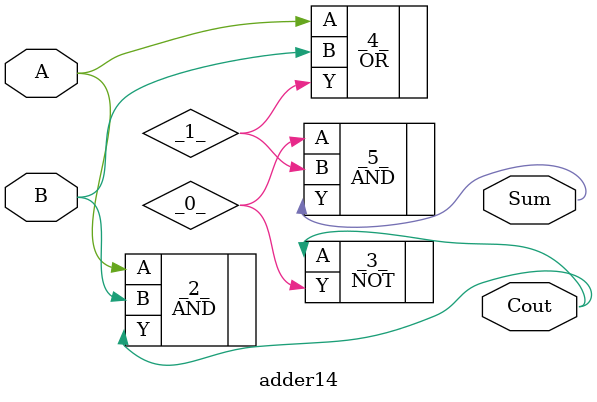
<source format=v>
/* Generated by Yosys 0.41+83 (git sha1 7045cf509, x86_64-w64-mingw32-g++ 13.2.1 -Os) */

/* cells_not_processed =  1  */
/* src = "adder14.v:2.1-26.10" */
module adder14(A, B, Sum, Cout);
  wire _0_;
  wire _1_;
  /* src = "adder14.v:3.11-3.12" */
  input A;
  wire A;
  /* src = "adder14.v:3.13-3.14" */
  input B;
  wire B;
  /* src = "adder14.v:4.20-4.24" */
  output Cout;
  wire Cout;
  /* src = "adder14.v:4.16-4.19" */
  output Sum;
  wire Sum;
  AND _2_ (
    .A(A),
    .B(B),
    .Y(Cout)
  );
  NOT _3_ (
    .A(Cout),
    .Y(_0_)
  );
  OR _4_ (
    .A(A),
    .B(B),
    .Y(_1_)
  );
  AND _5_ (
    .A(_0_),
    .B(_1_),
    .Y(Sum)
  );
endmodule

</source>
